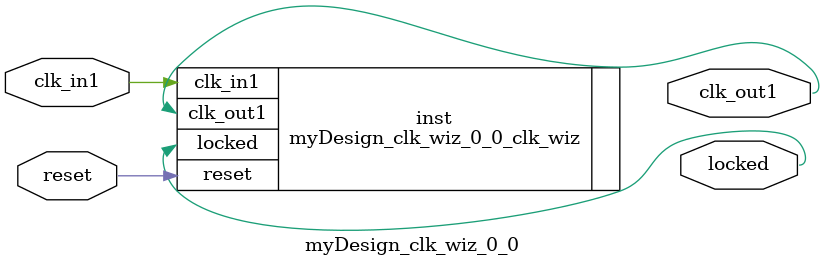
<source format=v>


`timescale 1ps/1ps

(* CORE_GENERATION_INFO = "myDesign_clk_wiz_0_0,clk_wiz_v6_0_16_0_0,{component_name=myDesign_clk_wiz_0_0,use_phase_alignment=true,use_min_o_jitter=false,use_max_i_jitter=false,use_dyn_phase_shift=false,use_inclk_switchover=false,use_dyn_reconfig=false,enable_axi=0,feedback_source=FDBK_AUTO,PRIMITIVE=MMCM,num_out_clk=1,clkin1_period=10.000,clkin2_period=10.000,use_power_down=false,use_reset=true,use_locked=true,use_inclk_stopped=false,feedback_type=SINGLE,CLOCK_MGR_TYPE=NA,manual_override=false}" *)

module myDesign_clk_wiz_0_0 
 (
  // Clock out ports
  output        clk_out1,
  // Status and control signals
  input         reset,
  output        locked,
 // Clock in ports
  input         clk_in1
 );

  myDesign_clk_wiz_0_0_clk_wiz inst
  (
  // Clock out ports  
  .clk_out1(clk_out1),
  // Status and control signals               
  .reset(reset), 
  .locked(locked),
 // Clock in ports
  .clk_in1(clk_in1)
  );

endmodule

</source>
